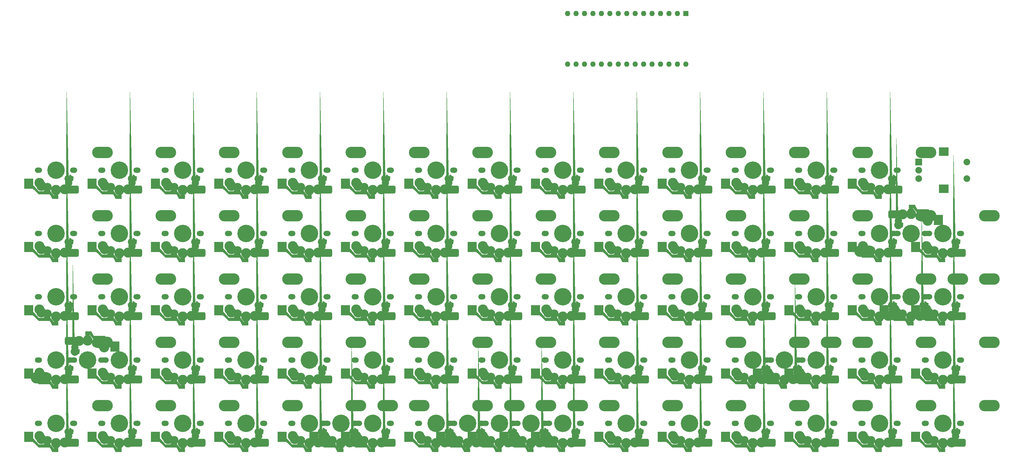
<source format=gbr>
%TF.GenerationSoftware,KiCad,Pcbnew,7.0.10*%
%TF.CreationDate,2024-03-07T22:32:40+00:00*%
%TF.ProjectId,keyboard,6b657962-6f61-4726-942e-6b696361645f,rev?*%
%TF.SameCoordinates,Original*%
%TF.FileFunction,Soldermask,Bot*%
%TF.FilePolarity,Negative*%
%FSLAX46Y46*%
G04 Gerber Fmt 4.6, Leading zero omitted, Abs format (unit mm)*
G04 Created by KiCad (PCBNEW 7.0.10) date 2024-03-07 22:32:40*
%MOMM*%
%LPD*%
G01*
G04 APERTURE LIST*
G04 Aperture macros list*
%AMRoundRect*
0 Rectangle with rounded corners*
0 $1 Rounding radius*
0 $2 $3 $4 $5 $6 $7 $8 $9 X,Y pos of 4 corners*
0 Add a 4 corners polygon primitive as box body*
4,1,4,$2,$3,$4,$5,$6,$7,$8,$9,$2,$3,0*
0 Add four circle primitives for the rounded corners*
1,1,$1+$1,$2,$3*
1,1,$1+$1,$4,$5*
1,1,$1+$1,$6,$7*
1,1,$1+$1,$8,$9*
0 Add four rect primitives between the rounded corners*
20,1,$1+$1,$2,$3,$4,$5,0*
20,1,$1+$1,$4,$5,$6,$7,0*
20,1,$1+$1,$6,$7,$8,$9,0*
20,1,$1+$1,$8,$9,$2,$3,0*%
%AMFreePoly0*
4,1,17,1.800000,-0.700000,3.400000,-2.500000,4.900000,-2.500000,5.500000,-1.600000,6.700000,-1.600000,7.000000,-2.600000,7.900000,-3.700000,9.300000,-3.700000,9.300000,-4.800000,7.500000,-4.800000,6.800000,-3.500000,3.500000,-3.500000,1.700000,-1.800000,-0.900000,-1.800000,-0.900000,1.300000,1.800000,1.300000,1.800000,-0.700000,1.800000,-0.700000,$1*%
%AMFreePoly1*
4,1,54,0.217060,1.231010,0.427525,1.174616,0.625000,1.082532,0.803485,0.957556,0.957556,0.803485,1.000330,0.742395,1.374143,0.688995,1.385778,0.683287,1.398693,0.682211,1.412848,0.670008,1.429630,0.661776,1.435688,0.650318,1.445504,0.641857,1.449782,0.623665,1.458521,0.607141,1.456687,0.594309,1.459655,0.581695,1.359655,-0.618305,1.356587,-0.625615,1.357195,-0.633517,
1.344855,-0.653573,1.335741,-0.675295,1.328962,-0.679405,1.324810,-0.686156,1.303038,-0.695128,1.282897,-0.707344,1.274995,-0.706685,1.267669,-0.709705,1.009305,-0.729579,0.957556,-0.803485,0.803485,-0.957556,0.625000,-1.082532,0.427525,-1.174616,0.217060,-1.231010,0.000000,-1.250000,-0.217060,-1.231010,-0.427525,-1.174616,-0.625000,-1.082532,-0.803485,-0.957556,-0.957556,-0.803485,
-1.082532,-0.625000,-1.174616,-0.427525,-1.231010,-0.217060,-1.250000,0.000000,-1.231010,0.217060,-1.174616,0.427525,-1.082532,0.625000,-0.957556,0.803485,-0.803485,0.957556,-0.625000,1.082532,-0.427525,1.174616,-0.217060,1.231010,0.000000,1.250000,0.217060,1.231010,0.217060,1.231010,$1*%
G04 Aperture macros list end*
%ADD10C,1.701800*%
%ADD11C,1.700000*%
%ADD12C,3.000000*%
%ADD13C,5.250000*%
%ADD14FreePoly0,180.000000*%
%ADD15C,2.500000*%
%ADD16C,2.200000*%
%ADD17FreePoly1,90.000000*%
%ADD18RoundRect,0.480000X1.370000X0.720000X-1.370000X0.720000X-1.370000X-0.720000X1.370000X-0.720000X0*%
%ADD19O,6.200000X3.450000*%
%ADD20FreePoly0,0.000000*%
%ADD21FreePoly1,270.000000*%
%ADD22RoundRect,0.480000X-1.370000X-0.720000X1.370000X-0.720000X1.370000X0.720000X-1.370000X0.720000X0*%
%ADD23R,1.600000X1.600000*%
%ADD24O,1.600000X1.600000*%
%ADD25R,2.000000X2.000000*%
%ADD26C,2.000000*%
%ADD27R,3.000000X2.500000*%
G04 APERTURE END LIST*
D10*
%TO.C,SW82*%
X343637500Y-114300000D03*
D11*
X343217500Y-114300000D03*
D12*
X343137500Y-110500000D03*
X342537500Y-109600000D03*
D13*
X338137500Y-114300000D03*
D12*
X338137500Y-108400000D03*
X335537500Y-108550000D03*
D11*
X333057500Y-114300000D03*
D10*
X332637500Y-114300000D03*
D14*
X346737500Y-110500000D03*
D15*
X340677500Y-109220000D03*
D16*
X338137500Y-107800000D03*
X334337500Y-110500000D03*
D17*
X334327500Y-111760000D03*
D18*
X333087500Y-108500000D03*
D19*
X324137500Y-119625000D03*
%TD*%
D10*
%TO.C,SW81*%
X294537500Y-152400000D03*
D11*
X294957500Y-152400000D03*
D12*
X295037500Y-156200000D03*
X295637500Y-157100000D03*
D13*
X300037500Y-152400000D03*
D12*
X300037500Y-158300000D03*
X302637500Y-158150000D03*
D11*
X305117500Y-152400000D03*
D10*
X305537500Y-152400000D03*
D20*
X291437500Y-156200000D03*
D15*
X297497500Y-157480000D03*
D16*
X300037500Y-158900000D03*
X303837500Y-156200000D03*
D21*
X303847500Y-154940000D03*
D22*
X305087500Y-158200000D03*
D19*
X314037500Y-147075000D03*
%TD*%
D10*
%TO.C,SW80*%
X218337500Y-171450000D03*
D11*
X218757500Y-171450000D03*
D12*
X218837500Y-175250000D03*
X219437500Y-176150000D03*
D13*
X223837500Y-171450000D03*
D12*
X223837500Y-177350000D03*
X226437500Y-177200000D03*
D11*
X228917500Y-171450000D03*
D10*
X229337500Y-171450000D03*
D20*
X215237500Y-175250000D03*
D15*
X221297500Y-176530000D03*
D16*
X223837500Y-177950000D03*
X227637500Y-175250000D03*
D21*
X227647500Y-173990000D03*
D22*
X228887500Y-177250000D03*
D19*
X237837500Y-166125000D03*
%TD*%
D10*
%TO.C,SW79*%
X95987500Y-152400000D03*
D11*
X95567500Y-152400000D03*
D12*
X95487500Y-148600000D03*
X94887500Y-147700000D03*
D13*
X90487500Y-152400000D03*
D12*
X90487500Y-146500000D03*
X87887500Y-146650000D03*
D11*
X85407500Y-152400000D03*
D10*
X84987500Y-152400000D03*
D14*
X99087500Y-148600000D03*
D15*
X93027500Y-147320000D03*
D16*
X90487500Y-145900000D03*
X86687500Y-148600000D03*
D17*
X86677500Y-149860000D03*
D18*
X85437500Y-146600000D03*
D19*
X76487500Y-157725000D03*
%TD*%
D10*
%TO.C,SW78*%
X199287500Y-171450000D03*
D11*
X199707500Y-171450000D03*
D12*
X199787500Y-175250000D03*
X200387500Y-176150000D03*
D13*
X204787500Y-171450000D03*
D12*
X204787500Y-177350000D03*
X207387500Y-177200000D03*
D11*
X209867500Y-171450000D03*
D10*
X210287500Y-171450000D03*
D20*
X196187500Y-175250000D03*
D15*
X202247500Y-176530000D03*
D16*
X204787500Y-177950000D03*
X208587500Y-175250000D03*
D21*
X208597500Y-173990000D03*
D22*
X209837500Y-177250000D03*
D19*
X218787500Y-166125000D03*
%TD*%
D10*
%TO.C,SW77*%
X332637500Y-133350000D03*
D11*
X333057500Y-133350000D03*
D12*
X333137500Y-137150000D03*
X333737500Y-138050000D03*
D13*
X338137500Y-133350000D03*
D12*
X338137500Y-139250000D03*
X340737500Y-139100000D03*
D11*
X343217500Y-133350000D03*
D10*
X343637500Y-133350000D03*
D20*
X329537500Y-137150000D03*
D15*
X335597500Y-138430000D03*
D16*
X338137500Y-139850000D03*
X341937500Y-137150000D03*
D21*
X341947500Y-135890000D03*
D22*
X343187500Y-139150000D03*
D19*
X352137500Y-128025000D03*
%TD*%
D10*
%TO.C,SW75*%
X161187500Y-171450000D03*
D11*
X161607500Y-171450000D03*
D12*
X161687500Y-175250000D03*
X162287500Y-176150000D03*
D13*
X166687500Y-171450000D03*
D12*
X166687500Y-177350000D03*
X169287500Y-177200000D03*
D11*
X171767500Y-171450000D03*
D10*
X172187500Y-171450000D03*
D20*
X158087500Y-175250000D03*
D15*
X164147500Y-176530000D03*
D16*
X166687500Y-177950000D03*
X170487500Y-175250000D03*
D21*
X170497500Y-173990000D03*
D22*
X171737500Y-177250000D03*
D19*
X180687500Y-166125000D03*
%TD*%
D10*
%TO.C,SW74*%
X342162500Y-171450000D03*
D11*
X342582500Y-171450000D03*
D12*
X342662500Y-175250000D03*
X343262500Y-176150000D03*
D13*
X347662500Y-171450000D03*
D12*
X347662500Y-177350000D03*
X350262500Y-177200000D03*
D11*
X352742500Y-171450000D03*
D10*
X353162500Y-171450000D03*
D20*
X339062500Y-175250000D03*
D15*
X345122500Y-176530000D03*
D16*
X347662500Y-177950000D03*
X351462500Y-175250000D03*
D21*
X351472500Y-173990000D03*
D22*
X352712500Y-177250000D03*
D19*
X361662500Y-166125000D03*
%TD*%
D10*
%TO.C,SW73*%
X323112500Y-171450000D03*
D11*
X323532500Y-171450000D03*
D12*
X323612500Y-175250000D03*
X324212500Y-176150000D03*
D13*
X328612500Y-171450000D03*
D12*
X328612500Y-177350000D03*
X331212500Y-177200000D03*
D11*
X333692500Y-171450000D03*
D10*
X334112500Y-171450000D03*
D20*
X320012500Y-175250000D03*
D15*
X326072500Y-176530000D03*
D16*
X328612500Y-177950000D03*
X332412500Y-175250000D03*
D21*
X332422500Y-173990000D03*
D22*
X333662500Y-177250000D03*
D19*
X342612500Y-166125000D03*
%TD*%
D10*
%TO.C,SW72*%
X304062500Y-171450000D03*
D11*
X304482500Y-171450000D03*
D12*
X304562500Y-175250000D03*
X305162500Y-176150000D03*
D13*
X309562500Y-171450000D03*
D12*
X309562500Y-177350000D03*
X312162500Y-177200000D03*
D11*
X314642500Y-171450000D03*
D10*
X315062500Y-171450000D03*
D20*
X300962500Y-175250000D03*
D15*
X307022500Y-176530000D03*
D16*
X309562500Y-177950000D03*
X313362500Y-175250000D03*
D21*
X313372500Y-173990000D03*
D22*
X314612500Y-177250000D03*
D19*
X323562500Y-166125000D03*
%TD*%
D10*
%TO.C,SW71*%
X285012500Y-171450000D03*
D11*
X285432500Y-171450000D03*
D12*
X285512500Y-175250000D03*
X286112500Y-176150000D03*
D13*
X290512500Y-171450000D03*
D12*
X290512500Y-177350000D03*
X293112500Y-177200000D03*
D11*
X295592500Y-171450000D03*
D10*
X296012500Y-171450000D03*
D20*
X281912500Y-175250000D03*
D15*
X287972500Y-176530000D03*
D16*
X290512500Y-177950000D03*
X294312500Y-175250000D03*
D21*
X294322500Y-173990000D03*
D22*
X295562500Y-177250000D03*
D19*
X304512500Y-166125000D03*
%TD*%
D10*
%TO.C,SW70*%
X265962500Y-171450000D03*
D11*
X266382500Y-171450000D03*
D12*
X266462500Y-175250000D03*
X267062500Y-176150000D03*
D13*
X271462500Y-171450000D03*
D12*
X271462500Y-177350000D03*
X274062500Y-177200000D03*
D11*
X276542500Y-171450000D03*
D10*
X276962500Y-171450000D03*
D20*
X262862500Y-175250000D03*
D15*
X268922500Y-176530000D03*
D16*
X271462500Y-177950000D03*
X275262500Y-175250000D03*
D21*
X275272500Y-173990000D03*
D22*
X276512500Y-177250000D03*
D19*
X285462500Y-166125000D03*
%TD*%
D10*
%TO.C,SW69*%
X246912500Y-171450000D03*
D11*
X247332500Y-171450000D03*
D12*
X247412500Y-175250000D03*
X248012500Y-176150000D03*
D13*
X252412500Y-171450000D03*
D12*
X252412500Y-177350000D03*
X255012500Y-177200000D03*
D11*
X257492500Y-171450000D03*
D10*
X257912500Y-171450000D03*
D20*
X243812500Y-175250000D03*
D15*
X249872500Y-176530000D03*
D16*
X252412500Y-177950000D03*
X256212500Y-175250000D03*
D21*
X256222500Y-173990000D03*
D22*
X257462500Y-177250000D03*
D19*
X266412500Y-166125000D03*
%TD*%
D10*
%TO.C,SW68*%
X227862500Y-171450000D03*
D11*
X228282500Y-171450000D03*
D12*
X228362500Y-175250000D03*
X228962500Y-176150000D03*
D13*
X233362500Y-171450000D03*
D12*
X233362500Y-177350000D03*
X235962500Y-177200000D03*
D11*
X238442500Y-171450000D03*
D10*
X238862500Y-171450000D03*
D20*
X224762500Y-175250000D03*
D15*
X230822500Y-176530000D03*
D16*
X233362500Y-177950000D03*
X237162500Y-175250000D03*
D21*
X237172500Y-173990000D03*
D22*
X238412500Y-177250000D03*
D19*
X247362500Y-166125000D03*
%TD*%
D10*
%TO.C,SW67*%
X208812500Y-171450000D03*
D11*
X209232500Y-171450000D03*
D12*
X209312500Y-175250000D03*
X209912500Y-176150000D03*
D13*
X214312500Y-171450000D03*
D12*
X214312500Y-177350000D03*
X216912500Y-177200000D03*
D11*
X219392500Y-171450000D03*
D10*
X219812500Y-171450000D03*
D20*
X205712500Y-175250000D03*
D15*
X211772500Y-176530000D03*
D16*
X214312500Y-177950000D03*
X218112500Y-175250000D03*
D21*
X218122500Y-173990000D03*
D22*
X219362500Y-177250000D03*
D19*
X228312500Y-166125000D03*
%TD*%
D10*
%TO.C,SW66*%
X189762500Y-171450000D03*
D11*
X190182500Y-171450000D03*
D12*
X190262500Y-175250000D03*
X190862500Y-176150000D03*
D13*
X195262500Y-171450000D03*
D12*
X195262500Y-177350000D03*
X197862500Y-177200000D03*
D11*
X200342500Y-171450000D03*
D10*
X200762500Y-171450000D03*
D20*
X186662500Y-175250000D03*
D15*
X192722500Y-176530000D03*
D16*
X195262500Y-177950000D03*
X199062500Y-175250000D03*
D21*
X199072500Y-173990000D03*
D22*
X200312500Y-177250000D03*
D19*
X209262500Y-166125000D03*
%TD*%
D10*
%TO.C,SW65*%
X170712500Y-171450000D03*
D11*
X171132500Y-171450000D03*
D12*
X171212500Y-175250000D03*
X171812500Y-176150000D03*
D13*
X176212500Y-171450000D03*
D12*
X176212500Y-177350000D03*
X178812500Y-177200000D03*
D11*
X181292500Y-171450000D03*
D10*
X181712500Y-171450000D03*
D20*
X167612500Y-175250000D03*
D15*
X173672500Y-176530000D03*
D16*
X176212500Y-177950000D03*
X180012500Y-175250000D03*
D21*
X180022500Y-173990000D03*
D22*
X181262500Y-177250000D03*
D19*
X190212500Y-166125000D03*
%TD*%
D10*
%TO.C,SW64*%
X151662500Y-171450000D03*
D11*
X152082500Y-171450000D03*
D12*
X152162500Y-175250000D03*
X152762500Y-176150000D03*
D13*
X157162500Y-171450000D03*
D12*
X157162500Y-177350000D03*
X159762500Y-177200000D03*
D11*
X162242500Y-171450000D03*
D10*
X162662500Y-171450000D03*
D20*
X148562500Y-175250000D03*
D15*
X154622500Y-176530000D03*
D16*
X157162500Y-177950000D03*
X160962500Y-175250000D03*
D21*
X160972500Y-173990000D03*
D22*
X162212500Y-177250000D03*
D19*
X171162500Y-166125000D03*
%TD*%
D10*
%TO.C,SW63*%
X132612500Y-171450000D03*
D11*
X133032500Y-171450000D03*
D12*
X133112500Y-175250000D03*
X133712500Y-176150000D03*
D13*
X138112500Y-171450000D03*
D12*
X138112500Y-177350000D03*
X140712500Y-177200000D03*
D11*
X143192500Y-171450000D03*
D10*
X143612500Y-171450000D03*
D20*
X129512500Y-175250000D03*
D15*
X135572500Y-176530000D03*
D16*
X138112500Y-177950000D03*
X141912500Y-175250000D03*
D21*
X141922500Y-173990000D03*
D22*
X143162500Y-177250000D03*
D19*
X152112500Y-166125000D03*
%TD*%
D10*
%TO.C,SW62*%
X113562500Y-171450000D03*
D11*
X113982500Y-171450000D03*
D12*
X114062500Y-175250000D03*
X114662500Y-176150000D03*
D13*
X119062500Y-171450000D03*
D12*
X119062500Y-177350000D03*
X121662500Y-177200000D03*
D11*
X124142500Y-171450000D03*
D10*
X124562500Y-171450000D03*
D20*
X110462500Y-175250000D03*
D15*
X116522500Y-176530000D03*
D16*
X119062500Y-177950000D03*
X122862500Y-175250000D03*
D21*
X122872500Y-173990000D03*
D22*
X124112500Y-177250000D03*
D19*
X133062500Y-166125000D03*
%TD*%
D10*
%TO.C,SW61*%
X94512500Y-171450000D03*
D11*
X94932500Y-171450000D03*
D12*
X95012500Y-175250000D03*
X95612500Y-176150000D03*
D13*
X100012500Y-171450000D03*
D12*
X100012500Y-177350000D03*
X102612500Y-177200000D03*
D11*
X105092500Y-171450000D03*
D10*
X105512500Y-171450000D03*
D20*
X91412500Y-175250000D03*
D15*
X97472500Y-176530000D03*
D16*
X100012500Y-177950000D03*
X103812500Y-175250000D03*
D21*
X103822500Y-173990000D03*
D22*
X105062500Y-177250000D03*
D19*
X114012500Y-166125000D03*
%TD*%
D10*
%TO.C,SW60*%
X75462500Y-171450000D03*
D11*
X75882500Y-171450000D03*
D12*
X75962500Y-175250000D03*
X76562500Y-176150000D03*
D13*
X80962500Y-171450000D03*
D12*
X80962500Y-177350000D03*
X83562500Y-177200000D03*
D11*
X86042500Y-171450000D03*
D10*
X86462500Y-171450000D03*
D20*
X72362500Y-175250000D03*
D15*
X78422500Y-176530000D03*
D16*
X80962500Y-177950000D03*
X84762500Y-175250000D03*
D21*
X84772500Y-173990000D03*
D22*
X86012500Y-177250000D03*
D19*
X94962500Y-166125000D03*
%TD*%
D10*
%TO.C,SW59*%
X342162500Y-152400000D03*
D11*
X342582500Y-152400000D03*
D12*
X342662500Y-156200000D03*
X343262500Y-157100000D03*
D13*
X347662500Y-152400000D03*
D12*
X347662500Y-158300000D03*
X350262500Y-158150000D03*
D11*
X352742500Y-152400000D03*
D10*
X353162500Y-152400000D03*
D20*
X339062500Y-156200000D03*
D15*
X345122500Y-157480000D03*
D16*
X347662500Y-158900000D03*
X351462500Y-156200000D03*
D21*
X351472500Y-154940000D03*
D22*
X352712500Y-158200000D03*
D19*
X361662500Y-147075000D03*
%TD*%
D10*
%TO.C,SW58*%
X323112500Y-152400000D03*
D11*
X323532500Y-152400000D03*
D12*
X323612500Y-156200000D03*
X324212500Y-157100000D03*
D13*
X328612500Y-152400000D03*
D12*
X328612500Y-158300000D03*
X331212500Y-158150000D03*
D11*
X333692500Y-152400000D03*
D10*
X334112500Y-152400000D03*
D20*
X320012500Y-156200000D03*
D15*
X326072500Y-157480000D03*
D16*
X328612500Y-158900000D03*
X332412500Y-156200000D03*
D21*
X332422500Y-154940000D03*
D22*
X333662500Y-158200000D03*
D19*
X342612500Y-147075000D03*
%TD*%
D10*
%TO.C,SW57*%
X304062500Y-152400000D03*
D11*
X304482500Y-152400000D03*
D12*
X304562500Y-156200000D03*
X305162500Y-157100000D03*
D13*
X309562500Y-152400000D03*
D12*
X309562500Y-158300000D03*
X312162500Y-158150000D03*
D11*
X314642500Y-152400000D03*
D10*
X315062500Y-152400000D03*
D20*
X300962500Y-156200000D03*
D15*
X307022500Y-157480000D03*
D16*
X309562500Y-158900000D03*
X313362500Y-156200000D03*
D21*
X313372500Y-154940000D03*
D22*
X314612500Y-158200000D03*
D19*
X323562500Y-147075000D03*
%TD*%
D10*
%TO.C,SW56*%
X285012500Y-152400000D03*
D11*
X285432500Y-152400000D03*
D12*
X285512500Y-156200000D03*
X286112500Y-157100000D03*
D13*
X290512500Y-152400000D03*
D12*
X290512500Y-158300000D03*
X293112500Y-158150000D03*
D11*
X295592500Y-152400000D03*
D10*
X296012500Y-152400000D03*
D20*
X281912500Y-156200000D03*
D15*
X287972500Y-157480000D03*
D16*
X290512500Y-158900000D03*
X294312500Y-156200000D03*
D21*
X294322500Y-154940000D03*
D22*
X295562500Y-158200000D03*
D19*
X304512500Y-147075000D03*
%TD*%
D10*
%TO.C,SW55*%
X265962500Y-152400000D03*
D11*
X266382500Y-152400000D03*
D12*
X266462500Y-156200000D03*
X267062500Y-157100000D03*
D13*
X271462500Y-152400000D03*
D12*
X271462500Y-158300000D03*
X274062500Y-158150000D03*
D11*
X276542500Y-152400000D03*
D10*
X276962500Y-152400000D03*
D20*
X262862500Y-156200000D03*
D15*
X268922500Y-157480000D03*
D16*
X271462500Y-158900000D03*
X275262500Y-156200000D03*
D21*
X275272500Y-154940000D03*
D22*
X276512500Y-158200000D03*
D19*
X285462500Y-147075000D03*
%TD*%
D10*
%TO.C,SW54*%
X246912500Y-152400000D03*
D11*
X247332500Y-152400000D03*
D12*
X247412500Y-156200000D03*
X248012500Y-157100000D03*
D13*
X252412500Y-152400000D03*
D12*
X252412500Y-158300000D03*
X255012500Y-158150000D03*
D11*
X257492500Y-152400000D03*
D10*
X257912500Y-152400000D03*
D20*
X243812500Y-156200000D03*
D15*
X249872500Y-157480000D03*
D16*
X252412500Y-158900000D03*
X256212500Y-156200000D03*
D21*
X256222500Y-154940000D03*
D22*
X257462500Y-158200000D03*
D19*
X266412500Y-147075000D03*
%TD*%
D10*
%TO.C,SW53*%
X227862500Y-152400000D03*
D11*
X228282500Y-152400000D03*
D12*
X228362500Y-156200000D03*
X228962500Y-157100000D03*
D13*
X233362500Y-152400000D03*
D12*
X233362500Y-158300000D03*
X235962500Y-158150000D03*
D11*
X238442500Y-152400000D03*
D10*
X238862500Y-152400000D03*
D20*
X224762500Y-156200000D03*
D15*
X230822500Y-157480000D03*
D16*
X233362500Y-158900000D03*
X237162500Y-156200000D03*
D21*
X237172500Y-154940000D03*
D22*
X238412500Y-158200000D03*
D19*
X247362500Y-147075000D03*
%TD*%
D10*
%TO.C,SW52*%
X208812500Y-152400000D03*
D11*
X209232500Y-152400000D03*
D12*
X209312500Y-156200000D03*
X209912500Y-157100000D03*
D13*
X214312500Y-152400000D03*
D12*
X214312500Y-158300000D03*
X216912500Y-158150000D03*
D11*
X219392500Y-152400000D03*
D10*
X219812500Y-152400000D03*
D20*
X205712500Y-156200000D03*
D15*
X211772500Y-157480000D03*
D16*
X214312500Y-158900000D03*
X218112500Y-156200000D03*
D21*
X218122500Y-154940000D03*
D22*
X219362500Y-158200000D03*
D19*
X228312500Y-147075000D03*
%TD*%
D10*
%TO.C,SW51*%
X189762500Y-152400000D03*
D11*
X190182500Y-152400000D03*
D12*
X190262500Y-156200000D03*
X190862500Y-157100000D03*
D13*
X195262500Y-152400000D03*
D12*
X195262500Y-158300000D03*
X197862500Y-158150000D03*
D11*
X200342500Y-152400000D03*
D10*
X200762500Y-152400000D03*
D20*
X186662500Y-156200000D03*
D15*
X192722500Y-157480000D03*
D16*
X195262500Y-158900000D03*
X199062500Y-156200000D03*
D21*
X199072500Y-154940000D03*
D22*
X200312500Y-158200000D03*
D19*
X209262500Y-147075000D03*
%TD*%
D10*
%TO.C,SW50*%
X170712500Y-152400000D03*
D11*
X171132500Y-152400000D03*
D12*
X171212500Y-156200000D03*
X171812500Y-157100000D03*
D13*
X176212500Y-152400000D03*
D12*
X176212500Y-158300000D03*
X178812500Y-158150000D03*
D11*
X181292500Y-152400000D03*
D10*
X181712500Y-152400000D03*
D20*
X167612500Y-156200000D03*
D15*
X173672500Y-157480000D03*
D16*
X176212500Y-158900000D03*
X180012500Y-156200000D03*
D21*
X180022500Y-154940000D03*
D22*
X181262500Y-158200000D03*
D19*
X190212500Y-147075000D03*
%TD*%
D10*
%TO.C,SW49*%
X151662500Y-152400000D03*
D11*
X152082500Y-152400000D03*
D12*
X152162500Y-156200000D03*
X152762500Y-157100000D03*
D13*
X157162500Y-152400000D03*
D12*
X157162500Y-158300000D03*
X159762500Y-158150000D03*
D11*
X162242500Y-152400000D03*
D10*
X162662500Y-152400000D03*
D20*
X148562500Y-156200000D03*
D15*
X154622500Y-157480000D03*
D16*
X157162500Y-158900000D03*
X160962500Y-156200000D03*
D21*
X160972500Y-154940000D03*
D22*
X162212500Y-158200000D03*
D19*
X171162500Y-147075000D03*
%TD*%
D10*
%TO.C,SW48*%
X132612500Y-152400000D03*
D11*
X133032500Y-152400000D03*
D12*
X133112500Y-156200000D03*
X133712500Y-157100000D03*
D13*
X138112500Y-152400000D03*
D12*
X138112500Y-158300000D03*
X140712500Y-158150000D03*
D11*
X143192500Y-152400000D03*
D10*
X143612500Y-152400000D03*
D20*
X129512500Y-156200000D03*
D15*
X135572500Y-157480000D03*
D16*
X138112500Y-158900000D03*
X141912500Y-156200000D03*
D21*
X141922500Y-154940000D03*
D22*
X143162500Y-158200000D03*
D19*
X152112500Y-147075000D03*
%TD*%
D10*
%TO.C,SW47*%
X113562500Y-152400000D03*
D11*
X113982500Y-152400000D03*
D12*
X114062500Y-156200000D03*
X114662500Y-157100000D03*
D13*
X119062500Y-152400000D03*
D12*
X119062500Y-158300000D03*
X121662500Y-158150000D03*
D11*
X124142500Y-152400000D03*
D10*
X124562500Y-152400000D03*
D20*
X110462500Y-156200000D03*
D15*
X116522500Y-157480000D03*
D16*
X119062500Y-158900000D03*
X122862500Y-156200000D03*
D21*
X122872500Y-154940000D03*
D22*
X124112500Y-158200000D03*
D19*
X133062500Y-147075000D03*
%TD*%
D10*
%TO.C,SW46*%
X94512500Y-152400000D03*
D11*
X94932500Y-152400000D03*
D12*
X95012500Y-156200000D03*
X95612500Y-157100000D03*
D13*
X100012500Y-152400000D03*
D12*
X100012500Y-158300000D03*
X102612500Y-158150000D03*
D11*
X105092500Y-152400000D03*
D10*
X105512500Y-152400000D03*
D20*
X91412500Y-156200000D03*
D15*
X97472500Y-157480000D03*
D16*
X100012500Y-158900000D03*
X103812500Y-156200000D03*
D21*
X103822500Y-154940000D03*
D22*
X105062500Y-158200000D03*
D19*
X114012500Y-147075000D03*
%TD*%
D10*
%TO.C,SW45*%
X75462500Y-152400000D03*
D11*
X75882500Y-152400000D03*
D12*
X75962500Y-156200000D03*
X76562500Y-157100000D03*
D13*
X80962500Y-152400000D03*
D12*
X80962500Y-158300000D03*
X83562500Y-158150000D03*
D11*
X86042500Y-152400000D03*
D10*
X86462500Y-152400000D03*
D20*
X72362500Y-156200000D03*
D15*
X78422500Y-157480000D03*
D16*
X80962500Y-158900000D03*
X84762500Y-156200000D03*
D21*
X84772500Y-154940000D03*
D22*
X86012500Y-158200000D03*
D19*
X94962500Y-147075000D03*
%TD*%
D10*
%TO.C,SW44*%
X342162500Y-133350000D03*
D11*
X342582500Y-133350000D03*
D12*
X342662500Y-137150000D03*
X343262500Y-138050000D03*
D13*
X347662500Y-133350000D03*
D12*
X347662500Y-139250000D03*
X350262500Y-139100000D03*
D11*
X352742500Y-133350000D03*
D10*
X353162500Y-133350000D03*
D20*
X339062500Y-137150000D03*
D15*
X345122500Y-138430000D03*
D16*
X347662500Y-139850000D03*
X351462500Y-137150000D03*
D21*
X351472500Y-135890000D03*
D22*
X352712500Y-139150000D03*
D19*
X361662500Y-128025000D03*
%TD*%
D10*
%TO.C,SW43*%
X323112500Y-133350000D03*
D11*
X323532500Y-133350000D03*
D12*
X323612500Y-137150000D03*
X324212500Y-138050000D03*
D13*
X328612500Y-133350000D03*
D12*
X328612500Y-139250000D03*
X331212500Y-139100000D03*
D11*
X333692500Y-133350000D03*
D10*
X334112500Y-133350000D03*
D20*
X320012500Y-137150000D03*
D15*
X326072500Y-138430000D03*
D16*
X328612500Y-139850000D03*
X332412500Y-137150000D03*
D21*
X332422500Y-135890000D03*
D22*
X333662500Y-139150000D03*
D19*
X342612500Y-128025000D03*
%TD*%
D10*
%TO.C,SW42*%
X304062500Y-133350000D03*
D11*
X304482500Y-133350000D03*
D12*
X304562500Y-137150000D03*
X305162500Y-138050000D03*
D13*
X309562500Y-133350000D03*
D12*
X309562500Y-139250000D03*
X312162500Y-139100000D03*
D11*
X314642500Y-133350000D03*
D10*
X315062500Y-133350000D03*
D20*
X300962500Y-137150000D03*
D15*
X307022500Y-138430000D03*
D16*
X309562500Y-139850000D03*
X313362500Y-137150000D03*
D21*
X313372500Y-135890000D03*
D22*
X314612500Y-139150000D03*
D19*
X323562500Y-128025000D03*
%TD*%
D10*
%TO.C,SW41*%
X285012500Y-133350000D03*
D11*
X285432500Y-133350000D03*
D12*
X285512500Y-137150000D03*
X286112500Y-138050000D03*
D13*
X290512500Y-133350000D03*
D12*
X290512500Y-139250000D03*
X293112500Y-139100000D03*
D11*
X295592500Y-133350000D03*
D10*
X296012500Y-133350000D03*
D20*
X281912500Y-137150000D03*
D15*
X287972500Y-138430000D03*
D16*
X290512500Y-139850000D03*
X294312500Y-137150000D03*
D21*
X294322500Y-135890000D03*
D22*
X295562500Y-139150000D03*
D19*
X304512500Y-128025000D03*
%TD*%
D10*
%TO.C,SW40*%
X265962500Y-133350000D03*
D11*
X266382500Y-133350000D03*
D12*
X266462500Y-137150000D03*
X267062500Y-138050000D03*
D13*
X271462500Y-133350000D03*
D12*
X271462500Y-139250000D03*
X274062500Y-139100000D03*
D11*
X276542500Y-133350000D03*
D10*
X276962500Y-133350000D03*
D20*
X262862500Y-137150000D03*
D15*
X268922500Y-138430000D03*
D16*
X271462500Y-139850000D03*
X275262500Y-137150000D03*
D21*
X275272500Y-135890000D03*
D22*
X276512500Y-139150000D03*
D19*
X285462500Y-128025000D03*
%TD*%
D10*
%TO.C,SW39*%
X246912500Y-133350000D03*
D11*
X247332500Y-133350000D03*
D12*
X247412500Y-137150000D03*
X248012500Y-138050000D03*
D13*
X252412500Y-133350000D03*
D12*
X252412500Y-139250000D03*
X255012500Y-139100000D03*
D11*
X257492500Y-133350000D03*
D10*
X257912500Y-133350000D03*
D20*
X243812500Y-137150000D03*
D15*
X249872500Y-138430000D03*
D16*
X252412500Y-139850000D03*
X256212500Y-137150000D03*
D21*
X256222500Y-135890000D03*
D22*
X257462500Y-139150000D03*
D19*
X266412500Y-128025000D03*
%TD*%
D10*
%TO.C,SW38*%
X227862500Y-133350000D03*
D11*
X228282500Y-133350000D03*
D12*
X228362500Y-137150000D03*
X228962500Y-138050000D03*
D13*
X233362500Y-133350000D03*
D12*
X233362500Y-139250000D03*
X235962500Y-139100000D03*
D11*
X238442500Y-133350000D03*
D10*
X238862500Y-133350000D03*
D20*
X224762500Y-137150000D03*
D15*
X230822500Y-138430000D03*
D16*
X233362500Y-139850000D03*
X237162500Y-137150000D03*
D21*
X237172500Y-135890000D03*
D22*
X238412500Y-139150000D03*
D19*
X247362500Y-128025000D03*
%TD*%
D10*
%TO.C,SW37*%
X208812500Y-133350000D03*
D11*
X209232500Y-133350000D03*
D12*
X209312500Y-137150000D03*
X209912500Y-138050000D03*
D13*
X214312500Y-133350000D03*
D12*
X214312500Y-139250000D03*
X216912500Y-139100000D03*
D11*
X219392500Y-133350000D03*
D10*
X219812500Y-133350000D03*
D20*
X205712500Y-137150000D03*
D15*
X211772500Y-138430000D03*
D16*
X214312500Y-139850000D03*
X218112500Y-137150000D03*
D21*
X218122500Y-135890000D03*
D22*
X219362500Y-139150000D03*
D19*
X228312500Y-128025000D03*
%TD*%
D10*
%TO.C,SW36*%
X189762500Y-133350000D03*
D11*
X190182500Y-133350000D03*
D12*
X190262500Y-137150000D03*
X190862500Y-138050000D03*
D13*
X195262500Y-133350000D03*
D12*
X195262500Y-139250000D03*
X197862500Y-139100000D03*
D11*
X200342500Y-133350000D03*
D10*
X200762500Y-133350000D03*
D20*
X186662500Y-137150000D03*
D15*
X192722500Y-138430000D03*
D16*
X195262500Y-139850000D03*
X199062500Y-137150000D03*
D21*
X199072500Y-135890000D03*
D22*
X200312500Y-139150000D03*
D19*
X209262500Y-128025000D03*
%TD*%
D10*
%TO.C,SW35*%
X170712500Y-133350000D03*
D11*
X171132500Y-133350000D03*
D12*
X171212500Y-137150000D03*
X171812500Y-138050000D03*
D13*
X176212500Y-133350000D03*
D12*
X176212500Y-139250000D03*
X178812500Y-139100000D03*
D11*
X181292500Y-133350000D03*
D10*
X181712500Y-133350000D03*
D20*
X167612500Y-137150000D03*
D15*
X173672500Y-138430000D03*
D16*
X176212500Y-139850000D03*
X180012500Y-137150000D03*
D21*
X180022500Y-135890000D03*
D22*
X181262500Y-139150000D03*
D19*
X190212500Y-128025000D03*
%TD*%
D10*
%TO.C,SW34*%
X151662500Y-133350000D03*
D11*
X152082500Y-133350000D03*
D12*
X152162500Y-137150000D03*
X152762500Y-138050000D03*
D13*
X157162500Y-133350000D03*
D12*
X157162500Y-139250000D03*
X159762500Y-139100000D03*
D11*
X162242500Y-133350000D03*
D10*
X162662500Y-133350000D03*
D20*
X148562500Y-137150000D03*
D15*
X154622500Y-138430000D03*
D16*
X157162500Y-139850000D03*
X160962500Y-137150000D03*
D21*
X160972500Y-135890000D03*
D22*
X162212500Y-139150000D03*
D19*
X171162500Y-128025000D03*
%TD*%
D10*
%TO.C,SW33*%
X132612500Y-133350000D03*
D11*
X133032500Y-133350000D03*
D12*
X133112500Y-137150000D03*
X133712500Y-138050000D03*
D13*
X138112500Y-133350000D03*
D12*
X138112500Y-139250000D03*
X140712500Y-139100000D03*
D11*
X143192500Y-133350000D03*
D10*
X143612500Y-133350000D03*
D20*
X129512500Y-137150000D03*
D15*
X135572500Y-138430000D03*
D16*
X138112500Y-139850000D03*
X141912500Y-137150000D03*
D21*
X141922500Y-135890000D03*
D22*
X143162500Y-139150000D03*
D19*
X152112500Y-128025000D03*
%TD*%
D10*
%TO.C,SW32*%
X113562500Y-133350000D03*
D11*
X113982500Y-133350000D03*
D12*
X114062500Y-137150000D03*
X114662500Y-138050000D03*
D13*
X119062500Y-133350000D03*
D12*
X119062500Y-139250000D03*
X121662500Y-139100000D03*
D11*
X124142500Y-133350000D03*
D10*
X124562500Y-133350000D03*
D20*
X110462500Y-137150000D03*
D15*
X116522500Y-138430000D03*
D16*
X119062500Y-139850000D03*
X122862500Y-137150000D03*
D21*
X122872500Y-135890000D03*
D22*
X124112500Y-139150000D03*
D19*
X133062500Y-128025000D03*
%TD*%
D10*
%TO.C,SW31*%
X94512500Y-133350000D03*
D11*
X94932500Y-133350000D03*
D12*
X95012500Y-137150000D03*
X95612500Y-138050000D03*
D13*
X100012500Y-133350000D03*
D12*
X100012500Y-139250000D03*
X102612500Y-139100000D03*
D11*
X105092500Y-133350000D03*
D10*
X105512500Y-133350000D03*
D20*
X91412500Y-137150000D03*
D15*
X97472500Y-138430000D03*
D16*
X100012500Y-139850000D03*
X103812500Y-137150000D03*
D21*
X103822500Y-135890000D03*
D22*
X105062500Y-139150000D03*
D19*
X114012500Y-128025000D03*
%TD*%
D10*
%TO.C,SW30*%
X75462500Y-133350000D03*
D11*
X75882500Y-133350000D03*
D12*
X75962500Y-137150000D03*
X76562500Y-138050000D03*
D13*
X80962500Y-133350000D03*
D12*
X80962500Y-139250000D03*
X83562500Y-139100000D03*
D11*
X86042500Y-133350000D03*
D10*
X86462500Y-133350000D03*
D20*
X72362500Y-137150000D03*
D15*
X78422500Y-138430000D03*
D16*
X80962500Y-139850000D03*
X84762500Y-137150000D03*
D21*
X84772500Y-135890000D03*
D22*
X86012500Y-139150000D03*
D19*
X94962500Y-128025000D03*
%TD*%
D10*
%TO.C,SW29*%
X342162500Y-114300000D03*
D11*
X342582500Y-114300000D03*
D12*
X342662500Y-118100000D03*
X343262500Y-119000000D03*
D13*
X347662500Y-114300000D03*
D12*
X347662500Y-120200000D03*
X350262500Y-120050000D03*
D11*
X352742500Y-114300000D03*
D10*
X353162500Y-114300000D03*
D20*
X339062500Y-118100000D03*
D15*
X345122500Y-119380000D03*
D16*
X347662500Y-120800000D03*
X351462500Y-118100000D03*
D21*
X351472500Y-116840000D03*
D22*
X352712500Y-120100000D03*
D19*
X361662500Y-108975000D03*
%TD*%
D10*
%TO.C,SW28*%
X323112500Y-114300000D03*
D11*
X323532500Y-114300000D03*
D12*
X323612500Y-118100000D03*
X324212500Y-119000000D03*
D13*
X328612500Y-114300000D03*
D12*
X328612500Y-120200000D03*
X331212500Y-120050000D03*
D11*
X333692500Y-114300000D03*
D10*
X334112500Y-114300000D03*
D20*
X320012500Y-118100000D03*
D15*
X326072500Y-119380000D03*
D16*
X328612500Y-120800000D03*
X332412500Y-118100000D03*
D21*
X332422500Y-116840000D03*
D22*
X333662500Y-120100000D03*
D19*
X342612500Y-108975000D03*
%TD*%
D10*
%TO.C,SW27*%
X304062500Y-114300000D03*
D11*
X304482500Y-114300000D03*
D12*
X304562500Y-118100000D03*
X305162500Y-119000000D03*
D13*
X309562500Y-114300000D03*
D12*
X309562500Y-120200000D03*
X312162500Y-120050000D03*
D11*
X314642500Y-114300000D03*
D10*
X315062500Y-114300000D03*
D20*
X300962500Y-118100000D03*
D15*
X307022500Y-119380000D03*
D16*
X309562500Y-120800000D03*
X313362500Y-118100000D03*
D21*
X313372500Y-116840000D03*
D22*
X314612500Y-120100000D03*
D19*
X323562500Y-108975000D03*
%TD*%
D10*
%TO.C,SW26*%
X285012500Y-114300000D03*
D11*
X285432500Y-114300000D03*
D12*
X285512500Y-118100000D03*
X286112500Y-119000000D03*
D13*
X290512500Y-114300000D03*
D12*
X290512500Y-120200000D03*
X293112500Y-120050000D03*
D11*
X295592500Y-114300000D03*
D10*
X296012500Y-114300000D03*
D20*
X281912500Y-118100000D03*
D15*
X287972500Y-119380000D03*
D16*
X290512500Y-120800000D03*
X294312500Y-118100000D03*
D21*
X294322500Y-116840000D03*
D22*
X295562500Y-120100000D03*
D19*
X304512500Y-108975000D03*
%TD*%
D10*
%TO.C,SW25*%
X265962500Y-114300000D03*
D11*
X266382500Y-114300000D03*
D12*
X266462500Y-118100000D03*
X267062500Y-119000000D03*
D13*
X271462500Y-114300000D03*
D12*
X271462500Y-120200000D03*
X274062500Y-120050000D03*
D11*
X276542500Y-114300000D03*
D10*
X276962500Y-114300000D03*
D20*
X262862500Y-118100000D03*
D15*
X268922500Y-119380000D03*
D16*
X271462500Y-120800000D03*
X275262500Y-118100000D03*
D21*
X275272500Y-116840000D03*
D22*
X276512500Y-120100000D03*
D19*
X285462500Y-108975000D03*
%TD*%
D10*
%TO.C,SW24*%
X246912500Y-114300000D03*
D11*
X247332500Y-114300000D03*
D12*
X247412500Y-118100000D03*
X248012500Y-119000000D03*
D13*
X252412500Y-114300000D03*
D12*
X252412500Y-120200000D03*
X255012500Y-120050000D03*
D11*
X257492500Y-114300000D03*
D10*
X257912500Y-114300000D03*
D20*
X243812500Y-118100000D03*
D15*
X249872500Y-119380000D03*
D16*
X252412500Y-120800000D03*
X256212500Y-118100000D03*
D21*
X256222500Y-116840000D03*
D22*
X257462500Y-120100000D03*
D19*
X266412500Y-108975000D03*
%TD*%
D10*
%TO.C,SW23*%
X227862500Y-114300000D03*
D11*
X228282500Y-114300000D03*
D12*
X228362500Y-118100000D03*
X228962500Y-119000000D03*
D13*
X233362500Y-114300000D03*
D12*
X233362500Y-120200000D03*
X235962500Y-120050000D03*
D11*
X238442500Y-114300000D03*
D10*
X238862500Y-114300000D03*
D20*
X224762500Y-118100000D03*
D15*
X230822500Y-119380000D03*
D16*
X233362500Y-120800000D03*
X237162500Y-118100000D03*
D21*
X237172500Y-116840000D03*
D22*
X238412500Y-120100000D03*
D19*
X247362500Y-108975000D03*
%TD*%
D10*
%TO.C,SW22*%
X208812500Y-114300000D03*
D11*
X209232500Y-114300000D03*
D12*
X209312500Y-118100000D03*
X209912500Y-119000000D03*
D13*
X214312500Y-114300000D03*
D12*
X214312500Y-120200000D03*
X216912500Y-120050000D03*
D11*
X219392500Y-114300000D03*
D10*
X219812500Y-114300000D03*
D20*
X205712500Y-118100000D03*
D15*
X211772500Y-119380000D03*
D16*
X214312500Y-120800000D03*
X218112500Y-118100000D03*
D21*
X218122500Y-116840000D03*
D22*
X219362500Y-120100000D03*
D19*
X228312500Y-108975000D03*
%TD*%
D10*
%TO.C,SW21*%
X189762500Y-114300000D03*
D11*
X190182500Y-114300000D03*
D12*
X190262500Y-118100000D03*
X190862500Y-119000000D03*
D13*
X195262500Y-114300000D03*
D12*
X195262500Y-120200000D03*
X197862500Y-120050000D03*
D11*
X200342500Y-114300000D03*
D10*
X200762500Y-114300000D03*
D20*
X186662500Y-118100000D03*
D15*
X192722500Y-119380000D03*
D16*
X195262500Y-120800000D03*
X199062500Y-118100000D03*
D21*
X199072500Y-116840000D03*
D22*
X200312500Y-120100000D03*
D19*
X209262500Y-108975000D03*
%TD*%
D10*
%TO.C,SW20*%
X170712500Y-114300000D03*
D11*
X171132500Y-114300000D03*
D12*
X171212500Y-118100000D03*
X171812500Y-119000000D03*
D13*
X176212500Y-114300000D03*
D12*
X176212500Y-120200000D03*
X178812500Y-120050000D03*
D11*
X181292500Y-114300000D03*
D10*
X181712500Y-114300000D03*
D20*
X167612500Y-118100000D03*
D15*
X173672500Y-119380000D03*
D16*
X176212500Y-120800000D03*
X180012500Y-118100000D03*
D21*
X180022500Y-116840000D03*
D22*
X181262500Y-120100000D03*
D19*
X190212500Y-108975000D03*
%TD*%
D10*
%TO.C,SW19*%
X151662500Y-114300000D03*
D11*
X152082500Y-114300000D03*
D12*
X152162500Y-118100000D03*
X152762500Y-119000000D03*
D13*
X157162500Y-114300000D03*
D12*
X157162500Y-120200000D03*
X159762500Y-120050000D03*
D11*
X162242500Y-114300000D03*
D10*
X162662500Y-114300000D03*
D20*
X148562500Y-118100000D03*
D15*
X154622500Y-119380000D03*
D16*
X157162500Y-120800000D03*
X160962500Y-118100000D03*
D21*
X160972500Y-116840000D03*
D22*
X162212500Y-120100000D03*
D19*
X171162500Y-108975000D03*
%TD*%
D10*
%TO.C,SW18*%
X132612500Y-114300000D03*
D11*
X133032500Y-114300000D03*
D12*
X133112500Y-118100000D03*
X133712500Y-119000000D03*
D13*
X138112500Y-114300000D03*
D12*
X138112500Y-120200000D03*
X140712500Y-120050000D03*
D11*
X143192500Y-114300000D03*
D10*
X143612500Y-114300000D03*
D20*
X129512500Y-118100000D03*
D15*
X135572500Y-119380000D03*
D16*
X138112500Y-120800000D03*
X141912500Y-118100000D03*
D21*
X141922500Y-116840000D03*
D22*
X143162500Y-120100000D03*
D19*
X152112500Y-108975000D03*
%TD*%
D10*
%TO.C,SW17*%
X113562500Y-114300000D03*
D11*
X113982500Y-114300000D03*
D12*
X114062500Y-118100000D03*
X114662500Y-119000000D03*
D13*
X119062500Y-114300000D03*
D12*
X119062500Y-120200000D03*
X121662500Y-120050000D03*
D11*
X124142500Y-114300000D03*
D10*
X124562500Y-114300000D03*
D20*
X110462500Y-118100000D03*
D15*
X116522500Y-119380000D03*
D16*
X119062500Y-120800000D03*
X122862500Y-118100000D03*
D21*
X122872500Y-116840000D03*
D22*
X124112500Y-120100000D03*
D19*
X133062500Y-108975000D03*
%TD*%
D10*
%TO.C,SW16*%
X94512500Y-114300000D03*
D11*
X94932500Y-114300000D03*
D12*
X95012500Y-118100000D03*
X95612500Y-119000000D03*
D13*
X100012500Y-114300000D03*
D12*
X100012500Y-120200000D03*
X102612500Y-120050000D03*
D11*
X105092500Y-114300000D03*
D10*
X105512500Y-114300000D03*
D20*
X91412500Y-118100000D03*
D15*
X97472500Y-119380000D03*
D16*
X100012500Y-120800000D03*
X103812500Y-118100000D03*
D21*
X103822500Y-116840000D03*
D22*
X105062500Y-120100000D03*
D19*
X114012500Y-108975000D03*
%TD*%
D10*
%TO.C,SW15*%
X75462500Y-114300000D03*
D11*
X75882500Y-114300000D03*
D12*
X75962500Y-118100000D03*
X76562500Y-119000000D03*
D13*
X80962500Y-114300000D03*
D12*
X80962500Y-120200000D03*
X83562500Y-120050000D03*
D11*
X86042500Y-114300000D03*
D10*
X86462500Y-114300000D03*
D20*
X72362500Y-118100000D03*
D15*
X78422500Y-119380000D03*
D16*
X80962500Y-120800000D03*
X84762500Y-118100000D03*
D21*
X84772500Y-116840000D03*
D22*
X86012500Y-120100000D03*
D19*
X94962500Y-108975000D03*
%TD*%
D10*
%TO.C,SW13*%
X323112500Y-95250000D03*
D11*
X323532500Y-95250000D03*
D12*
X323612500Y-99050000D03*
X324212500Y-99950000D03*
D13*
X328612500Y-95250000D03*
D12*
X328612500Y-101150000D03*
X331212500Y-101000000D03*
D11*
X333692500Y-95250000D03*
D10*
X334112500Y-95250000D03*
D20*
X320012500Y-99050000D03*
D15*
X326072500Y-100330000D03*
D16*
X328612500Y-101750000D03*
X332412500Y-99050000D03*
D21*
X332422500Y-97790000D03*
D22*
X333662500Y-101050000D03*
D19*
X342612500Y-89925000D03*
%TD*%
D10*
%TO.C,SW12*%
X304062500Y-95250000D03*
D11*
X304482500Y-95250000D03*
D12*
X304562500Y-99050000D03*
X305162500Y-99950000D03*
D13*
X309562500Y-95250000D03*
D12*
X309562500Y-101150000D03*
X312162500Y-101000000D03*
D11*
X314642500Y-95250000D03*
D10*
X315062500Y-95250000D03*
D20*
X300962500Y-99050000D03*
D15*
X307022500Y-100330000D03*
D16*
X309562500Y-101750000D03*
X313362500Y-99050000D03*
D21*
X313372500Y-97790000D03*
D22*
X314612500Y-101050000D03*
D19*
X323562500Y-89925000D03*
%TD*%
D10*
%TO.C,SW11*%
X285012500Y-95250000D03*
D11*
X285432500Y-95250000D03*
D12*
X285512500Y-99050000D03*
X286112500Y-99950000D03*
D13*
X290512500Y-95250000D03*
D12*
X290512500Y-101150000D03*
X293112500Y-101000000D03*
D11*
X295592500Y-95250000D03*
D10*
X296012500Y-95250000D03*
D20*
X281912500Y-99050000D03*
D15*
X287972500Y-100330000D03*
D16*
X290512500Y-101750000D03*
X294312500Y-99050000D03*
D21*
X294322500Y-97790000D03*
D22*
X295562500Y-101050000D03*
D19*
X304512500Y-89925000D03*
%TD*%
D10*
%TO.C,SW10*%
X265962500Y-95250000D03*
D11*
X266382500Y-95250000D03*
D12*
X266462500Y-99050000D03*
X267062500Y-99950000D03*
D13*
X271462500Y-95250000D03*
D12*
X271462500Y-101150000D03*
X274062500Y-101000000D03*
D11*
X276542500Y-95250000D03*
D10*
X276962500Y-95250000D03*
D20*
X262862500Y-99050000D03*
D15*
X268922500Y-100330000D03*
D16*
X271462500Y-101750000D03*
X275262500Y-99050000D03*
D21*
X275272500Y-97790000D03*
D22*
X276512500Y-101050000D03*
D19*
X285462500Y-89925000D03*
%TD*%
D10*
%TO.C,SW9*%
X246912500Y-95250000D03*
D11*
X247332500Y-95250000D03*
D12*
X247412500Y-99050000D03*
X248012500Y-99950000D03*
D13*
X252412500Y-95250000D03*
D12*
X252412500Y-101150000D03*
X255012500Y-101000000D03*
D11*
X257492500Y-95250000D03*
D10*
X257912500Y-95250000D03*
D20*
X243812500Y-99050000D03*
D15*
X249872500Y-100330000D03*
D16*
X252412500Y-101750000D03*
X256212500Y-99050000D03*
D21*
X256222500Y-97790000D03*
D22*
X257462500Y-101050000D03*
D19*
X266412500Y-89925000D03*
%TD*%
D10*
%TO.C,SW8*%
X227862500Y-95250000D03*
D11*
X228282500Y-95250000D03*
D12*
X228362500Y-99050000D03*
X228962500Y-99950000D03*
D13*
X233362500Y-95250000D03*
D12*
X233362500Y-101150000D03*
X235962500Y-101000000D03*
D11*
X238442500Y-95250000D03*
D10*
X238862500Y-95250000D03*
D20*
X224762500Y-99050000D03*
D15*
X230822500Y-100330000D03*
D16*
X233362500Y-101750000D03*
X237162500Y-99050000D03*
D21*
X237172500Y-97790000D03*
D22*
X238412500Y-101050000D03*
D19*
X247362500Y-89925000D03*
%TD*%
D10*
%TO.C,SW7*%
X208812500Y-95250000D03*
D11*
X209232500Y-95250000D03*
D12*
X209312500Y-99050000D03*
X209912500Y-99950000D03*
D13*
X214312500Y-95250000D03*
D12*
X214312500Y-101150000D03*
X216912500Y-101000000D03*
D11*
X219392500Y-95250000D03*
D10*
X219812500Y-95250000D03*
D20*
X205712500Y-99050000D03*
D15*
X211772500Y-100330000D03*
D16*
X214312500Y-101750000D03*
X218112500Y-99050000D03*
D21*
X218122500Y-97790000D03*
D22*
X219362500Y-101050000D03*
D19*
X228312500Y-89925000D03*
%TD*%
D10*
%TO.C,SW6*%
X189762500Y-95250000D03*
D11*
X190182500Y-95250000D03*
D12*
X190262500Y-99050000D03*
X190862500Y-99950000D03*
D13*
X195262500Y-95250000D03*
D12*
X195262500Y-101150000D03*
X197862500Y-101000000D03*
D11*
X200342500Y-95250000D03*
D10*
X200762500Y-95250000D03*
D20*
X186662500Y-99050000D03*
D15*
X192722500Y-100330000D03*
D16*
X195262500Y-101750000D03*
X199062500Y-99050000D03*
D21*
X199072500Y-97790000D03*
D22*
X200312500Y-101050000D03*
D19*
X209262500Y-89925000D03*
%TD*%
D10*
%TO.C,SW5*%
X170712500Y-95250000D03*
D11*
X171132500Y-95250000D03*
D12*
X171212500Y-99050000D03*
X171812500Y-99950000D03*
D13*
X176212500Y-95250000D03*
D12*
X176212500Y-101150000D03*
X178812500Y-101000000D03*
D11*
X181292500Y-95250000D03*
D10*
X181712500Y-95250000D03*
D20*
X167612500Y-99050000D03*
D15*
X173672500Y-100330000D03*
D16*
X176212500Y-101750000D03*
X180012500Y-99050000D03*
D21*
X180022500Y-97790000D03*
D22*
X181262500Y-101050000D03*
D19*
X190212500Y-89925000D03*
%TD*%
D10*
%TO.C,SW4*%
X151662500Y-95250000D03*
D11*
X152082500Y-95250000D03*
D12*
X152162500Y-99050000D03*
X152762500Y-99950000D03*
D13*
X157162500Y-95250000D03*
D12*
X157162500Y-101150000D03*
X159762500Y-101000000D03*
D11*
X162242500Y-95250000D03*
D10*
X162662500Y-95250000D03*
D20*
X148562500Y-99050000D03*
D15*
X154622500Y-100330000D03*
D16*
X157162500Y-101750000D03*
X160962500Y-99050000D03*
D21*
X160972500Y-97790000D03*
D22*
X162212500Y-101050000D03*
D19*
X171162500Y-89925000D03*
%TD*%
D10*
%TO.C,SW3*%
X132612500Y-95250000D03*
D11*
X133032500Y-95250000D03*
D12*
X133112500Y-99050000D03*
X133712500Y-99950000D03*
D13*
X138112500Y-95250000D03*
D12*
X138112500Y-101150000D03*
X140712500Y-101000000D03*
D11*
X143192500Y-95250000D03*
D10*
X143612500Y-95250000D03*
D20*
X129512500Y-99050000D03*
D15*
X135572500Y-100330000D03*
D16*
X138112500Y-101750000D03*
X141912500Y-99050000D03*
D21*
X141922500Y-97790000D03*
D22*
X143162500Y-101050000D03*
D19*
X152112500Y-89925000D03*
%TD*%
D10*
%TO.C,SW2*%
X113562500Y-95250000D03*
D11*
X113982500Y-95250000D03*
D12*
X114062500Y-99050000D03*
X114662500Y-99950000D03*
D13*
X119062500Y-95250000D03*
D12*
X119062500Y-101150000D03*
X121662500Y-101000000D03*
D11*
X124142500Y-95250000D03*
D10*
X124562500Y-95250000D03*
D20*
X110462500Y-99050000D03*
D15*
X116522500Y-100330000D03*
D16*
X119062500Y-101750000D03*
X122862500Y-99050000D03*
D21*
X122872500Y-97790000D03*
D22*
X124112500Y-101050000D03*
D19*
X133062500Y-89925000D03*
%TD*%
D10*
%TO.C,SW1*%
X94512500Y-95250000D03*
D11*
X94932500Y-95250000D03*
D12*
X95012500Y-99050000D03*
X95612500Y-99950000D03*
D13*
X100012500Y-95250000D03*
D12*
X100012500Y-101150000D03*
X102612500Y-101000000D03*
D11*
X105092500Y-95250000D03*
D10*
X105512500Y-95250000D03*
D20*
X91412500Y-99050000D03*
D15*
X97472500Y-100330000D03*
D16*
X100012500Y-101750000D03*
X103812500Y-99050000D03*
D21*
X103822500Y-97790000D03*
D22*
X105062500Y-101050000D03*
D19*
X114012500Y-89925000D03*
%TD*%
D10*
%TO.C,SW0*%
X75462500Y-95250000D03*
D11*
X75882500Y-95250000D03*
D12*
X75962500Y-99050000D03*
X76562500Y-99950000D03*
D13*
X80962500Y-95250000D03*
D12*
X80962500Y-101150000D03*
X83562500Y-101000000D03*
D11*
X86042500Y-95250000D03*
D10*
X86462500Y-95250000D03*
D20*
X72362500Y-99050000D03*
D15*
X78422500Y-100330000D03*
D16*
X80962500Y-101750000D03*
X84762500Y-99050000D03*
D21*
X84772500Y-97790000D03*
D22*
X86012500Y-101050000D03*
D19*
X94962500Y-89925000D03*
%TD*%
D23*
%TO.C,A0*%
X270390000Y-48090000D03*
D24*
X267850000Y-48090000D03*
X265310000Y-48090000D03*
X262770000Y-48090000D03*
X260230000Y-48090000D03*
X257690000Y-48090000D03*
X255150000Y-48090000D03*
X252610000Y-48090000D03*
X250070000Y-48090000D03*
X247530000Y-48090000D03*
X244990000Y-48090000D03*
X242450000Y-48090000D03*
X239910000Y-48090000D03*
X237370000Y-48090000D03*
X234830000Y-48090000D03*
X234830000Y-63330000D03*
X237370000Y-63330000D03*
X239910000Y-63330000D03*
X242450000Y-63330000D03*
X244990000Y-63330000D03*
X247530000Y-63330000D03*
X250070000Y-63330000D03*
X252610000Y-63330000D03*
X255150000Y-63330000D03*
X257690000Y-63330000D03*
X260230000Y-63330000D03*
X262770000Y-63330000D03*
X265310000Y-63330000D03*
X267850000Y-63330000D03*
X270390000Y-63330000D03*
%TD*%
D25*
%TO.C,SW14*%
X340412500Y-92750000D03*
D26*
X340412500Y-97750000D03*
X340412500Y-95250000D03*
D27*
X347912500Y-100850000D03*
X347912500Y-89650000D03*
D26*
X354912500Y-92750000D03*
X354912500Y-97750000D03*
%TD*%
M02*

</source>
